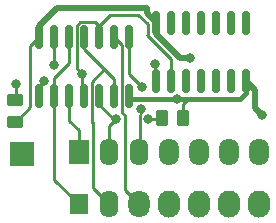
<source format=gbr>
%TF.GenerationSoftware,KiCad,Pcbnew,7.0.8*%
%TF.CreationDate,2024-02-04T18:47:10+02:00*%
%TF.ProjectId,QL_MDV_Control,514c5f4d-4456-45f4-936f-6e74726f6c2e,rev?*%
%TF.SameCoordinates,PX62a23e8PY5bc46e8*%
%TF.FileFunction,Copper,L1,Top*%
%TF.FilePolarity,Positive*%
%FSLAX46Y46*%
G04 Gerber Fmt 4.6, Leading zero omitted, Abs format (unit mm)*
G04 Created by KiCad (PCBNEW 7.0.8) date 2024-02-04 18:47:10*
%MOMM*%
%LPD*%
G01*
G04 APERTURE LIST*
G04 Aperture macros list*
%AMRoundRect*
0 Rectangle with rounded corners*
0 $1 Rounding radius*
0 $2 $3 $4 $5 $6 $7 $8 $9 X,Y pos of 4 corners*
0 Add a 4 corners polygon primitive as box body*
4,1,4,$2,$3,$4,$5,$6,$7,$8,$9,$2,$3,0*
0 Add four circle primitives for the rounded corners*
1,1,$1+$1,$2,$3*
1,1,$1+$1,$4,$5*
1,1,$1+$1,$6,$7*
1,1,$1+$1,$8,$9*
0 Add four rect primitives between the rounded corners*
20,1,$1+$1,$2,$3,$4,$5,0*
20,1,$1+$1,$4,$5,$6,$7,0*
20,1,$1+$1,$6,$7,$8,$9,0*
20,1,$1+$1,$8,$9,$2,$3,0*%
G04 Aperture macros list end*
%TA.AperFunction,SMDPad,CuDef*%
%ADD10RoundRect,0.250000X0.450000X-0.262500X0.450000X0.262500X-0.450000X0.262500X-0.450000X-0.262500X0*%
%TD*%
%TA.AperFunction,SMDPad,CuDef*%
%ADD11RoundRect,0.150000X0.150000X-0.825000X0.150000X0.825000X-0.150000X0.825000X-0.150000X-0.825000X0*%
%TD*%
%TA.AperFunction,ComponentPad*%
%ADD12R,2.000000X2.000000*%
%TD*%
%TA.AperFunction,SMDPad,CuDef*%
%ADD13RoundRect,0.250000X0.262500X0.450000X-0.262500X0.450000X-0.262500X-0.450000X0.262500X-0.450000X0*%
%TD*%
%TA.AperFunction,ComponentPad*%
%ADD14R,1.600000X1.800000*%
%TD*%
%TA.AperFunction,ComponentPad*%
%ADD15O,1.600000X2.300000*%
%TD*%
%TA.AperFunction,ComponentPad*%
%ADD16O,1.800000X2.300000*%
%TD*%
%TA.AperFunction,ComponentPad*%
%ADD17O,1.900000X2.300000*%
%TD*%
%TA.AperFunction,ComponentPad*%
%ADD18R,1.700000X2.000000*%
%TD*%
%TA.AperFunction,ComponentPad*%
%ADD19O,1.700000X2.300000*%
%TD*%
%TA.AperFunction,ViaPad*%
%ADD20C,0.800000*%
%TD*%
%TA.AperFunction,Conductor*%
%ADD21C,0.250000*%
%TD*%
%TA.AperFunction,Conductor*%
%ADD22C,0.500000*%
%TD*%
%TA.AperFunction,Conductor*%
%ADD23C,0.450000*%
%TD*%
G04 APERTURE END LIST*
D10*
%TO.P,R1,1*%
%TO.N,Net-(U1G-VCC)*%
X2377500Y-11187500D03*
%TO.P,R1,2*%
%TO.N,Net-(J2-Pin_1)*%
X2377500Y-9362500D03*
%TD*%
D11*
%TO.P,U2,1*%
%TO.N,Net-(U1-Pad2)*%
X4442500Y-9012500D03*
%TO.P,U2,2*%
%TO.N,Net-(J2-TOQL1-Pin_1)*%
X5712500Y-9012500D03*
%TO.P,U2,3*%
%TO.N,Net-(J1-TOMDV1-Pin_1)*%
X6982500Y-9012500D03*
%TO.P,U2,4*%
%TO.N,Net-(U1-Pad2)*%
X8252500Y-9012500D03*
%TO.P,U2,5*%
%TO.N,Net-(J1-TOMDV1-Pin_2)*%
X9522500Y-9012500D03*
%TO.P,U2,6*%
%TO.N,Net-(J2-TOQL1-Pin_2)*%
X10792500Y-9012500D03*
%TO.P,U2,7,GND*%
%TO.N,Net-(J1-TOMDV1-Pin_7)*%
X12062500Y-9012500D03*
%TO.P,U2,8*%
%TO.N,Net-(J1-TOMDV1-Pin_3)*%
X12062500Y-4062500D03*
%TO.P,U2,9*%
%TO.N,Net-(J2-TOQL1-Pin_3)*%
X10792500Y-4062500D03*
%TO.P,U2,10*%
%TO.N,Net-(U1-Pad2)*%
X9522500Y-4062500D03*
%TO.P,U2,11*%
%TO.N,Net-(J2-TOQL1-Pin_2)*%
X8252500Y-4062500D03*
%TO.P,U2,12*%
%TO.N,Net-(J2-TOQL1-Pin_1)*%
X6982500Y-4062500D03*
%TO.P,U2,13*%
%TO.N,Net-(J2-Pin_1)*%
X5712500Y-4062500D03*
%TO.P,U2,14,VCC*%
%TO.N,Net-(U1G-VCC)*%
X4442500Y-4062500D03*
%TD*%
D12*
%TO.P,J2,1,Pin_1*%
%TO.N,Net-(J2-Pin_1)*%
X2950000Y-13950000D03*
%TD*%
D13*
%TO.P,R2,1*%
%TO.N,Net-(J1-TOMDV1-Pin_7)*%
X16627500Y-10862500D03*
%TO.P,R2,2*%
%TO.N,Net-(J1-TOMDV1-Pin_2)*%
X14802500Y-10862500D03*
%TD*%
D11*
%TO.P,U1,1*%
%TO.N,Net-(J2-Pin_1)*%
X14337500Y-7787500D03*
%TO.P,U1,2*%
%TO.N,Net-(U1-Pad2)*%
X15607500Y-7787500D03*
%TO.P,U1,3*%
%TO.N,N/C*%
X16877500Y-7787500D03*
%TO.P,U1,4*%
X18147500Y-7787500D03*
%TO.P,U1,5*%
X19417500Y-7787500D03*
%TO.P,U1,6*%
X20687500Y-7787500D03*
%TO.P,U1,7,GND*%
%TO.N,Net-(J1-TOMDV1-Pin_7)*%
X21957500Y-7787500D03*
%TO.P,U1,8*%
%TO.N,N/C*%
X21957500Y-2837500D03*
%TO.P,U1,9*%
X20687500Y-2837500D03*
%TO.P,U1,10*%
X19417500Y-2837500D03*
%TO.P,U1,11*%
X18147500Y-2837500D03*
%TO.P,U1,12*%
X16877500Y-2837500D03*
%TO.P,U1,13*%
X15607500Y-2837500D03*
%TO.P,U1,14,VCC*%
%TO.N,Net-(U1G-VCC)*%
X14337500Y-2837500D03*
%TD*%
D14*
%TO.P,J2-TOQL1,1,Pin_1*%
%TO.N,Net-(J2-TOQL1-Pin_1)*%
X7790000Y-18175000D03*
D15*
%TO.P,J2-TOQL1,2,Pin_2*%
%TO.N,Net-(J2-TOQL1-Pin_2)*%
X10330000Y-18175000D03*
D16*
%TO.P,J2-TOQL1,3,Pin_3*%
%TO.N,Net-(J2-TOQL1-Pin_3)*%
X12870000Y-18175000D03*
D17*
%TO.P,J2-TOQL1,4,Pin_4*%
%TO.N,Net-(J1-TOMDV1-Pin_4)*%
X15410000Y-18175000D03*
%TO.P,J2-TOQL1,5,Pin_5*%
%TO.N,Net-(J1-TOMDV1-Pin_5)*%
X17950000Y-18175000D03*
%TO.P,J2-TOQL1,6,Pin_6*%
%TO.N,Net-(J1-TOMDV1-Pin_6)*%
X20490000Y-18175000D03*
%TO.P,J2-TOQL1,7,Pin_7*%
%TO.N,Net-(J1-TOMDV1-Pin_7)*%
X23030000Y-18175000D03*
%TD*%
D18*
%TO.P,J1-TOMDV1,1,Pin_1*%
%TO.N,Net-(J1-TOMDV1-Pin_1)*%
X7795000Y-13800000D03*
D15*
%TO.P,J1-TOMDV1,2,Pin_2*%
%TO.N,Net-(J1-TOMDV1-Pin_2)*%
X10335000Y-13800000D03*
%TO.P,J1-TOMDV1,3,Pin_3*%
%TO.N,Net-(J1-TOMDV1-Pin_3)*%
X12875000Y-13800000D03*
D19*
%TO.P,J1-TOMDV1,4,Pin_4*%
%TO.N,Net-(J1-TOMDV1-Pin_4)*%
X15415000Y-13800000D03*
%TO.P,J1-TOMDV1,5,Pin_5*%
%TO.N,Net-(J1-TOMDV1-Pin_5)*%
X17955000Y-13800000D03*
%TO.P,J1-TOMDV1,6,Pin_6*%
%TO.N,Net-(J1-TOMDV1-Pin_6)*%
X20495000Y-13800000D03*
%TO.P,J1-TOMDV1,7,Pin_7*%
%TO.N,Net-(J1-TOMDV1-Pin_7)*%
X23035000Y-13800000D03*
%TD*%
D20*
%TO.N,Net-(J1-TOMDV1-Pin_2)*%
X13625000Y-10975000D03*
X10925000Y-11000000D03*
%TO.N,Net-(J1-TOMDV1-Pin_3)*%
X13025000Y-10150000D03*
X13152500Y-8262500D03*
%TO.N,Net-(J1-TOMDV1-Pin_7)*%
X23302500Y-10662500D03*
X16125000Y-9312500D03*
%TO.N,Net-(J2-Pin_1)*%
X5727500Y-6437500D03*
X14277500Y-6337500D03*
X2452500Y-8000000D03*
%TO.N,Net-(U1-Pad2)*%
X4850000Y-7750000D03*
X8077500Y-7162000D03*
%TO.N,Net-(U1G-VCC)*%
X17202500Y-5837500D03*
%TD*%
D21*
%TO.N,Net-(J1-TOMDV1-Pin_1)*%
X7797500Y-11932500D02*
X6982500Y-11117500D01*
X7795000Y-11935000D02*
X7795000Y-13800000D01*
X7797500Y-11932500D02*
X7795000Y-11935000D01*
X6982500Y-11117500D02*
X6982500Y-9012500D01*
D22*
X7795000Y-13800000D02*
X7750000Y-13755000D01*
D21*
%TO.N,Net-(J1-TOMDV1-Pin_2)*%
X14802500Y-10862500D02*
X14802500Y-11212500D01*
X14690000Y-10975000D02*
X14802500Y-10862500D01*
X10902750Y-11127750D02*
X9447250Y-9672250D01*
X10335000Y-13800000D02*
X10335000Y-11590000D01*
X10790000Y-13345000D02*
X10335000Y-13800000D01*
X9522500Y-9857500D02*
X9522500Y-9012500D01*
X9402500Y-9132500D02*
X9522500Y-9012500D01*
X10335000Y-11590000D02*
X10925000Y-11000000D01*
X13575000Y-10975000D02*
X14690000Y-10975000D01*
%TO.N,Net-(J1-TOMDV1-Pin_3)*%
X13152500Y-8262500D02*
X12062500Y-7172500D01*
X13025000Y-10150000D02*
X13025000Y-10499695D01*
X12950000Y-14250000D02*
X12950000Y-10650000D01*
X12062500Y-7172500D02*
X12062500Y-4062500D01*
D23*
%TO.N,Net-(J1-TOMDV1-Pin_7)*%
X16125000Y-9312500D02*
X17027500Y-9312500D01*
X12362500Y-9312500D02*
X16125000Y-9312500D01*
D22*
X22677500Y-10037500D02*
X23302500Y-10662500D01*
D21*
X12062500Y-9012500D02*
X12362500Y-9312500D01*
X16627500Y-9712500D02*
X17027500Y-9312500D01*
D22*
X22677500Y-8507500D02*
X21957500Y-7787500D01*
D21*
X16627500Y-10862500D02*
X16627500Y-9712500D01*
D23*
X21407500Y-9312500D02*
X21957500Y-8762500D01*
X17027500Y-9312500D02*
X21407500Y-9312500D01*
D21*
X21957500Y-8762500D02*
X21957500Y-7787500D01*
D22*
X22677500Y-8507500D02*
X22677500Y-10037500D01*
D21*
%TO.N,Net-(J2-TOQL1-Pin_1)*%
X6982500Y-6207805D02*
X6982500Y-4062500D01*
X7790000Y-18175000D02*
X5710000Y-16095000D01*
X5710000Y-16095000D02*
X5710000Y-8425000D01*
X5712500Y-7477805D02*
X6982500Y-6207805D01*
X5712500Y-9012500D02*
X5712500Y-7477805D01*
%TO.N,Net-(J2-TOQL1-Pin_2)*%
X8970000Y-16815000D02*
X10330000Y-18175000D01*
X9965000Y-6750000D02*
X10792500Y-7577500D01*
X8897500Y-7817500D02*
X8897500Y-11327500D01*
X8970000Y-11400000D02*
X8970000Y-16815000D01*
X8252500Y-5037500D02*
X9965000Y-6750000D01*
X8970000Y-11211752D02*
X8970000Y-11400000D01*
X8897500Y-11327500D02*
X8970000Y-11400000D01*
X9965000Y-6750000D02*
X8897500Y-7817500D01*
X8252500Y-4062500D02*
X8252500Y-5037500D01*
X10978000Y-9198000D02*
X10792500Y-9012500D01*
X10792500Y-7577500D02*
X10792500Y-9012500D01*
%TO.N,Net-(J2-TOQL1-Pin_3)*%
X11427500Y-4697500D02*
X10792500Y-4062500D01*
X11427500Y-4697500D02*
X11427500Y-10402500D01*
X11700000Y-17005000D02*
X11700000Y-10675000D01*
X12900000Y-18145000D02*
X12870000Y-18175000D01*
X11427500Y-10402500D02*
X11700000Y-10675000D01*
X12870000Y-18175000D02*
X11700000Y-17005000D01*
%TO.N,Net-(J2-Pin_1)*%
X2452500Y-8000000D02*
X2452500Y-9287500D01*
X2452500Y-9287500D02*
X2377500Y-9362500D01*
X5712500Y-4062500D02*
X5712500Y-6422500D01*
X14277500Y-6337500D02*
X14277500Y-7727500D01*
X5712500Y-6422500D02*
X5727500Y-6437500D01*
X14277500Y-7727500D02*
X14337500Y-7787500D01*
%TO.N,Net-(U1-Pad2)*%
X8077500Y-7162000D02*
X8077500Y-8837500D01*
X4442500Y-9012500D02*
X4442500Y-8147000D01*
X4442500Y-8147000D02*
X4727500Y-7862000D01*
X13652500Y-3837500D02*
X13652500Y-2965672D01*
X7607500Y-6692000D02*
X7607500Y-3060748D01*
X8077500Y-8837500D02*
X8252500Y-9012500D01*
X15607500Y-7787500D02*
X15607500Y-5895672D01*
X7905748Y-2762500D02*
X9197500Y-2762500D01*
X13600914Y-3889086D02*
X13652500Y-3837500D01*
X9197500Y-2762500D02*
X9522500Y-3087500D01*
X12824328Y-2137500D02*
X10472500Y-2137500D01*
X15607500Y-5895672D02*
X13600914Y-3889086D01*
X10472500Y-2137500D02*
X9522500Y-3087500D01*
X13652500Y-2965672D02*
X12824328Y-2137500D01*
X9522500Y-3087500D02*
X9522500Y-4062500D01*
X7607500Y-3060748D02*
X7905748Y-2762500D01*
X8077500Y-7162000D02*
X7607500Y-6692000D01*
D22*
%TO.N,Net-(U1G-VCC)*%
X5967500Y-1562500D02*
X13527500Y-1562500D01*
X13527500Y-2027500D02*
X14337500Y-2837500D01*
D21*
X3677500Y-9957500D02*
X3677500Y-4827500D01*
X2452500Y-11182500D02*
X3677500Y-9957500D01*
D22*
X14337500Y-3812500D02*
X14337500Y-2837500D01*
X17202500Y-5837500D02*
X16362500Y-5837500D01*
X13527500Y-1562500D02*
X13527500Y-2027500D01*
D21*
X3677500Y-4827500D02*
X4442500Y-4062500D01*
D22*
X16362500Y-5837500D02*
X14337500Y-3812500D01*
X4442500Y-3087500D02*
X5967500Y-1562500D01*
X4442500Y-4062500D02*
X4442500Y-3087500D01*
%TD*%
M02*

</source>
